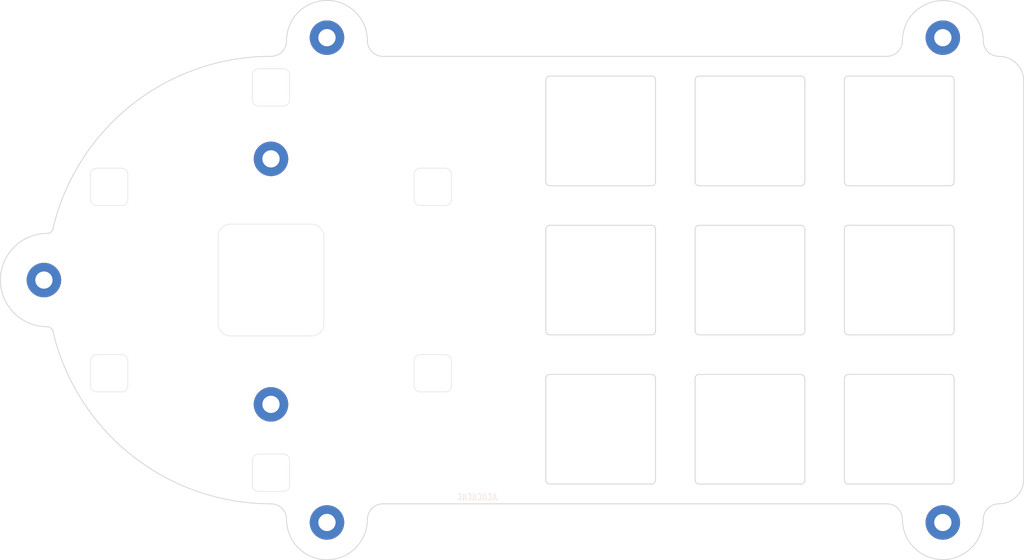
<source format=kicad_pcb>
(kicad_pcb (version 20221018) (generator pcbnew)
  (layers (0 "F.Cu" signal) (31 "B.Cu" signal) (34 "B.Paste" user) (35 "F.Paste" user) (36 "B.SilkS" user "B.Silkscreen") (37 "F.SilkS" user "F.Silkscreen") (38 "B.Mask" user) (39 "F.Mask" user) (44 "Edge.Cuts" user))
  (net 0 "")
  (footprint "MountingHole:MountingHole_2.2mm_M2_Pad" (layer "F.Cu") (at 60.325 38.496875)
    (fp_text reference "REF**" hide)
    (fp_text value "MountingHole_2.2mm_M2_Pad" hide)
    (pad "1" thru_hole circle (at 0 0) (size 4.4 4.4) (drill 2.2) (layers "*.Cu" "*.Mask"))
  )
  (footprint "MountingHole:MountingHole_2.2mm_M2_Pad" (layer "F.Cu") (at 31.353125 53.975001 90)
    (fp_text reference "REF**" hide)
    (fp_text value "MountingHole_2.2mm_M2_Pad" hide)
    (pad "1" thru_hole circle (at 0 0 90) (size 4.4 4.4) (drill 2.2) (layers "*.Cu" "*.Mask"))
  )
  (footprint "MountingHole:MountingHole_2.2mm_M2_Pad" (layer "F.Cu") (at 67.46875 23.018748)
    (fp_text reference "REF**" hide)
    (fp_text value "MountingHole_2.2mm_M2_Pad" hide)
    (pad "1" thru_hole circle (at 0 0) (size 4.4 4.4) (drill 2.2) (layers "*.Cu" "*.Mask"))
  )
  (footprint "MountingHole:MountingHole_2.2mm_M2_Pad" (layer "F.Cu") (at 146.05 84.931252 180)
    (fp_text reference "REF**" hide)
    (fp_text value "MountingHole_2.2mm_M2_Pad" hide)
    (pad "1" thru_hole circle (at 0 0 180) (size 4.4 4.4) (drill 2.2) (layers "*.Cu" "*.Mask"))
  )
  (footprint "MountingHole:MountingHole_2.2mm_M2_Pad" (layer "F.Cu") (at 146.05 23.01875)
    (fp_text reference "REF**" hide)
    (fp_text value "MountingHole_2.2mm_M2_Pad" hide)
    (pad "1" thru_hole circle (at 0 0) (size 4.4 4.4) (drill 2.2) (layers "*.Cu" "*.Mask"))
  )
  (footprint "MountingHole:MountingHole_2.2mm_M2_Pad" (layer "F.Cu") (at 67.46875 84.93125 180)
    (fp_text reference "REF**" hide)
    (fp_text value "MountingHole_2.2mm_M2_Pad" hide)
    (pad "1" thru_hole circle (at 0 0 180) (size 4.4 4.4) (drill 2.2) (layers "*.Cu" "*.Mask"))
  )
  (footprint "MountingHole:MountingHole_2.2mm_M2_Pad" (layer "F.Cu") (at 60.325 69.85)
    (fp_text reference "REF**" hide)
    (fp_text value "MountingHole_2.2mm_M2_Pad" hide)
    (pad "1" thru_hole circle (at 0 0) (size 4.4 4.4) (drill 2.2) (layers "*.Cu" "*.Mask"))
  )
  (gr_line (start 114.94375 80.025) (end 127.94375 80.025) (stroke (width 0.1)) (layer "Edge.Cuts"))
  (gr_arc (start 138.90625 82.550002) (mid 140.308865 83.130653) (end 140.890624 84.532799) (stroke (width 0.1)) (layer "Edge.Cuts"))
  (gr_line (start 114.94375 60.975) (end 127.94375 60.975) (stroke (width 0.1)) (layer "Edge.Cuts"))
  (gr_arc (start 133.49375 47.475) (mid 133.640197 47.121447) (end 133.99375 46.975) (stroke (width 0.1)) (layer "Edge.Cuts"))
  (gr_arc (start 114.94375 60.975) (mid 114.590197 60.828553) (end 114.44375 60.475) (stroke (width 0.1)) (layer "Edge.Cuts"))
  (gr_line (start 55.165625 46.83125) (end 65.484375 46.83125) (stroke (width 0.05)) (layer "Edge.Cuts"))
  (gr_arc (start 74.6125 25.399998) (mid 73.209885 24.819347) (end 72.628126 23.417201) (stroke (width 0.1)) (layer "Edge.Cuts"))
  (gr_arc (start 78.58125 40.48125) (mid 78.813734 39.919984) (end 79.375 39.6875) (stroke (width 0.05)) (layer "Edge.Cuts"))
  (gr_line (start 114.94375 41.925) (end 127.94375 41.925) (stroke (width 0.1)) (layer "Edge.Cuts"))
  (gr_arc (start 62.309376 23.417201) (mid 67.468751 18.257826) (end 72.628126 23.417201) (stroke (width 0.1)) (layer "Edge.Cuts"))
  (gr_arc (start 62.706255 80.16875) (mid 62.473771 80.730018) (end 61.912505 80.9625) (stroke (width 0.05)) (layer "Edge.Cuts"))
  (gr_arc (start 55.165625 61.11875) (mid 54.043093 60.653782) (end 53.578125 59.53125) (stroke (width 0.05)) (layer "Edge.Cuts"))
  (gr_arc (start 146.99375 66.025) (mid 147.347303 66.171447) (end 147.49375 66.525) (stroke (width 0.1)) (layer "Edge.Cuts"))
  (gr_line (start 114.94375 46.975) (end 127.94375 46.975) (stroke (width 0.1)) (layer "Edge.Cuts"))
  (gr_line (start 95.89375 60.975) (end 108.89375 60.975) (stroke (width 0.1)) (layer "Edge.Cuts"))
  (gr_arc (start 95.89375 41.925) (mid 95.540197 41.778553) (end 95.39375 41.425) (stroke (width 0.1)) (layer "Edge.Cuts"))
  (gr_line (start 133.49375 47.475) (end 133.49375 60.475) (stroke (width 0.1)) (layer "Edge.Cuts"))
  (gr_arc (start 32.54375 47.241902) (mid 42.655347 31.514313) (end 60.325 25.4) (stroke (width 0.1)) (layer "Edge.Cuts"))
  (gr_arc (start 65.484375 46.83125) (mid 66.606907 47.296218) (end 67.071875 48.41875) (stroke (width 0.05)) (layer "Edge.Cuts"))
  (gr_arc (start 72.628125 84.534375) (mid 73.209335 83.13121) (end 74.6125 82.55) (stroke (width 0.1)) (layer "Edge.Cuts"))
  (gr_line (start 82.55 63.5) (end 79.374995 63.5) (stroke (width 0.05)) (layer "Edge.Cuts"))
  (gr_line (start 61.912505 26.9875) (end 58.7375 26.9875) (stroke (width 0.05)) (layer "Edge.Cuts"))
  (gr_arc (start 133.99375 60.975) (mid 133.640197 60.828553) (end 133.49375 60.475) (stroke (width 0.1)) (layer "Edge.Cuts"))
  (gr_arc (start 57.94375 76.99375) (mid 58.176234 76.432484) (end 58.7375 76.2) (stroke (width 0.05)) (layer "Edge.Cuts"))
  (gr_line (start 95.89375 66.025) (end 108.89375 66.025) (stroke (width 0.1)) (layer "Edge.Cuts"))
  (gr_line (start 38.1 68.2625) (end 41.275005 68.2625) (stroke (width 0.05)) (layer "Edge.Cuts"))
  (gr_arc (start 41.275005 63.5) (mid 41.836271 63.732485) (end 42.068755 64.29375) (stroke (width 0.05)) (layer "Edge.Cuts"))
  (gr_arc (start 95.39375 47.475) (mid 95.540197 47.121447) (end 95.89375 46.975) (stroke (width 0.1)) (layer "Edge.Cuts"))
  (gr_arc (start 95.89375 80.025) (mid 95.540197 79.878553) (end 95.39375 79.525) (stroke (width 0.1)) (layer "Edge.Cuts"))
  (gr_arc (start 133.49375 66.525) (mid 133.640197 66.171447) (end 133.99375 66.025) (stroke (width 0.1)) (layer "Edge.Cuts"))
  (gr_arc (start 78.581245 64.29375) (mid 78.813729 63.732484) (end 79.374995 63.5) (stroke (width 0.05)) (layer "Edge.Cuts"))
  (gr_arc (start 60.325 82.55) (mid 42.655347 76.435687) (end 32.54375 60.708098) (stroke (width 0.1)) (layer "Edge.Cuts"))
  (gr_line (start 58.7375 80.9625) (end 61.912505 80.9625) (stroke (width 0.05)) (layer "Edge.Cuts"))
  (gr_arc (start 151.209375 84.534375) (mid 146.049211 89.692175) (end 140.890623 84.532799) (stroke (width 0.1)) (layer "Edge.Cuts"))
  (gr_line (start 42.068755 67.46875) (end 42.068755 64.29375) (stroke (width 0.05)) (layer "Edge.Cuts"))
  (gr_arc (start 133.99375 41.925) (mid 133.640197 41.778553) (end 133.49375 41.425) (stroke (width 0.1)) (layer "Edge.Cuts"))
  (gr_arc (start 114.44375 66.525) (mid 114.590197 66.171447) (end 114.94375 66.025) (stroke (width 0.1)) (layer "Edge.Cuts"))
  (gr_line (start 133.99375 60.975) (end 146.99375 60.975) (stroke (width 0.1)) (layer "Edge.Cuts"))
  (gr_line (start 114.44375 28.425) (end 114.44375 41.425) (stroke (width 0.1)) (layer "Edge.Cuts"))
  (gr_arc (start 114.44375 28.425) (mid 114.590197 28.071447) (end 114.94375 27.925) (stroke (width 0.1)) (layer "Edge.Cuts"))
  (gr_arc (start 37.30625 40.48125) (mid 37.538734 39.919984) (end 38.1 39.6875) (stroke (width 0.05)) (layer "Edge.Cuts"))
  (gr_arc (start 127.94375 66.025) (mid 128.297303 66.171447) (end 128.44375 66.525) (stroke (width 0.1)) (layer "Edge.Cuts"))
  (gr_line (start 133.49375 28.425) (end 133.49375 41.425) (stroke (width 0.1)) (layer "Edge.Cuts"))
  (gr_arc (start 38.1 68.2625) (mid 37.538734 68.030016) (end 37.30625 67.46875) (stroke (width 0.05)) (layer "Edge.Cuts"))
  (gr_line (start 109.39375 47.475) (end 109.39375 60.475) (stroke (width 0.1)) (layer "Edge.Cuts"))
  (gr_line (start 133.99375 46.975) (end 146.99375 46.975) (stroke (width 0.1)) (layer "Edge.Cuts"))
  (gr_line (start 67.071875 59.53125) (end 67.071875 48.41875) (stroke (width 0.05)) (layer "Edge.Cuts"))
  (gr_line (start 79.374995 68.2625) (end 82.55 68.2625) (stroke (width 0.05)) (layer "Edge.Cuts"))
  (gr_arc (start 133.99375 80.025) (mid 133.640197 79.878553) (end 133.49375 79.525) (stroke (width 0.1)) (layer "Edge.Cuts"))
  (gr_line (start 37.30625 64.29375) (end 37.30625 67.46875) (stroke (width 0.05)) (layer "Edge.Cuts"))
  (gr_line (start 133.49375 66.525) (end 133.49375 79.525) (stroke (width 0.1)) (layer "Edge.Cuts"))
  (gr_arc (start 60.325 82.55) (mid 61.727615 83.130651) (end 62.309374 84.532797) (stroke (width 0.1)) (layer "Edge.Cuts"))
  (gr_line (start 95.39375 66.525) (end 95.39375 79.525) (stroke (width 0.1)) (layer "Edge.Cuts"))
  (gr_line (start 57.94375 76.99375) (end 57.94375 80.16875) (stroke (width 0.05)) (layer "Edge.Cuts"))
  (gr_arc (start 109.39375 79.525) (mid 109.247303 79.878553) (end 108.89375 80.025) (stroke (width 0.1)) (layer "Edge.Cuts"))
  (gr_line (start 133.99375 66.025) (end 146.99375 66.025) (stroke (width 0.1)) (layer "Edge.Cuts"))
  (gr_arc (start 146.99375 27.925) (mid 147.347303 28.071447) (end 147.49375 28.425) (stroke (width 0.1)) (layer "Edge.Cuts"))
  (gr_arc (start 109.39375 41.425) (mid 109.247303 41.778553) (end 108.89375 41.925) (stroke (width 0.1)) (layer "Edge.Cuts"))
  (gr_arc (start 95.89375 60.975) (mid 95.540197 60.828553) (end 95.39375 60.475) (stroke (width 0.1)) (layer "Edge.Cuts"))
  (gr_line (start 42.068755 43.65625) (end 42.068755 40.48125) (stroke (width 0.05)) (layer "Edge.Cuts"))
  (gr_line (start 58.7375 31.75) (end 61.912505 31.75) (stroke (width 0.05)) (layer "Edge.Cuts"))
  (gr_arc (start 53.578125 48.41875) (mid 54.043093 47.296218) (end 55.165625 46.83125) (stroke (width 0.05)) (layer "Edge.Cuts"))
  (gr_arc (start 151.209375 84.534375) (mid 151.790585 83.13121) (end 153.19375 82.55) (stroke (width 0.1)) (layer "Edge.Cuts"))
  (gr_line (start 37.30625 40.48125) (end 37.30625 43.65625) (stroke (width 0.05)) (layer "Edge.Cuts"))
  (gr_line (start 133.99375 41.925) (end 146.99375 41.925) (stroke (width 0.1)) (layer "Edge.Cuts"))
  (gr_line (start 62.706255 30.95625) (end 62.706255 27.78125) (stroke (width 0.05)) (layer "Edge.Cuts"))
  (gr_line (start 128.44375 66.525) (end 128.44375 79.525) (stroke (width 0.1)) (layer "Edge.Cuts"))
  (gr_line (start 147.49375 66.525) (end 147.49375 79.525) (stroke (width 0.1)) (layer "Edge.Cuts"))
  (gr_arc (start 82.550005 39.6875) (mid 83.111271 39.919985) (end 83.343755 40.48125) (stroke (width 0.05)) (layer "Edge.Cuts"))
  (gr_line (start 38.1 44.45) (end 41.275005 44.45) (stroke (width 0.05)) (layer "Edge.Cuts"))
  (gr_arc (start 31.751578 59.928126) (mid 25.798452 53.975789) (end 31.75 48.021874) (stroke (width 0.1)) (layer "Edge.Cuts"))
  (gr_arc (start 32.54375 47.228125) (mid 32.311266 47.789391) (end 31.75 48.021874) (stroke (width 0.1)) (layer "Edge.Cuts"))
  (gr_arc (start 31.75 59.928126) (mid 32.311266 60.160609) (end 32.54375 60.721875) (stroke (width 0.1)) (layer "Edge.Cuts"))
  (gr_arc (start 41.275005 39.6875) (mid 41.836271 39.919985) (end 42.068755 40.48125) (stroke (width 0.05)) (layer "Edge.Cuts"))
  (gr_arc (start 114.94375 80.025) (mid 114.590197 79.878553) (end 114.44375 79.525) (stroke (width 0.1)) (layer "Edge.Cuts"))
  (gr_line (start 78.58125 40.48125) (end 78.58125 43.65625) (stroke (width 0.05)) (layer "Edge.Cuts"))
  (gr_arc (start 58.7375 31.75) (mid 58.176234 31.517516) (end 57.94375 30.95625) (stroke (width 0.05)) (layer "Edge.Cuts"))
  (gr_arc (start 42.068755 67.46875) (mid 41.836271 68.030014) (end 41.275005 68.2625) (stroke (width 0.05)) (layer "Edge.Cuts"))
  (gr_arc (start 95.39375 28.425) (mid 95.540197 28.071447) (end 95.89375 27.925) (stroke (width 0.1)) (layer "Edge.Cuts"))
  (gr_line (start 95.39375 28.425) (end 95.39375 41.425) (stroke (width 0.1)) (layer "Edge.Cuts"))
  (gr_line (start 83.34375 67.46875) (end 83.34375 64.29375) (stroke (width 0.05)) (layer "Edge.Cuts"))
  (gr_line (start 79.375 44.45) (end 82.550005 44.45) (stroke (width 0.05)) (layer "Edge.Cuts"))
  (gr_line (start 114.44375 47.475) (end 114.44375 60.475) (stroke (width 0.1)) (layer "Edge.Cuts"))
  (gr_line (start 83.343755 43.65625) (end 83.343755 40.48125) (stroke (width 0.05)) (layer "Edge.Cuts"))
  (gr_arc (start 140.890626 23.417203) (mid 146.050001 18.257828) (end 151.209376 23.417203) (stroke (width 0.1)) (layer "Edge.Cuts"))
  (gr_arc (start 61.912505 26.9875) (mid 62.473771 27.219985) (end 62.706255 27.78125) (stroke (width 0.05)) (layer "Edge.Cuts"))
  (gr_arc (start 38.1 44.45) (mid 37.538734 44.217516) (end 37.30625 43.65625) (stroke (width 0.05)) (layer "Edge.Cuts"))
  (gr_line (start 61.912505 76.2) (end 58.7375 76.2) (stroke (width 0.05)) (layer "Edge.Cuts"))
  (gr_arc (start 127.94375 46.975) (mid 128.297303 47.121447) (end 128.44375 47.475) (stroke (width 0.1)) (layer "Edge.Cuts"))
  (gr_line (start 41.275005 39.6875) (end 38.1 39.6875) (stroke (width 0.05)) (layer "Edge.Cuts"))
  (gr_line (start 57.94375 27.78125) (end 57.94375 30.95625) (stroke (width 0.05)) (layer "Edge.Cuts"))
  (gr_arc (start 128.44375 79.525) (mid 128.297303 79.878553) (end 127.94375 80.025) (stroke (width 0.1)) (layer "Edge.Cuts"))
  (gr_arc (start 67.071875 59.53125) (mid 66.606907 60.653782) (end 65.484375 61.11875) (stroke (width 0.05)) (layer "Edge.Cuts"))
  (gr_line (start 55.165625 61.11875) (end 65.484375 61.11875) (stroke (width 0.05)) (layer "Edge.Cuts"))
  (gr_arc (start 95.39375 66.525) (mid 95.540197 66.171447) (end 95.89375 66.025) (stroke (width 0.1)) (layer "Edge.Cuts"))
  (gr_arc (start 140.890625 23.417203) (mid 140.308857 24.819348) (end 138.90625 25.400001) (stroke (width 0.1)) (layer "Edge.Cuts"))
  (gr_arc (start 147.49375 79.525) (mid 147.347303 79.878553) (end 146.99375 80.025) (stroke (width 0.1)) (layer "Edge.Cuts"))
  (gr_arc (start 79.374995 68.2625) (mid 78.813729 68.030016) (end 78.581245 67.46875) (stroke (width 0.05)) (layer "Edge.Cuts"))
  (gr_arc (start 133.49375 28.425) (mid 133.640197 28.071447) (end 133.99375 27.925) (stroke (width 0.1)) (layer "Edge.Cuts"))
  (gr_arc (start 83.343755 43.65625) (mid 83.111271 44.217514) (end 82.550005 44.45) (stroke (width 0.05)) (layer "Edge.Cuts"))
  (gr_line (start 128.44375 47.475) (end 128.44375 60.475) (stroke (width 0.1)) (layer "Edge.Cuts"))
  (gr_arc (start 128.44375 60.475) (mid 128.297303 60.828553) (end 127.94375 60.975) (stroke (width 0.1)) (layer "Edge.Cuts"))
  (gr_arc (start 146.99375 46.975) (mid 147.347303 47.121447) (end 147.49375 47.475) (stroke (width 0.1)) (layer "Edge.Cuts"))
  (gr_arc (start 42.068755 43.65625) (mid 41.836271 44.217514) (end 41.275005 44.45) (stroke (width 0.05)) (layer "Edge.Cuts"))
  (gr_line (start 82.550005 39.6875) (end 79.375 39.6875) (stroke (width 0.05)) (layer "Edge.Cuts"))
  (gr_arc (start 108.89375 27.925) (mid 109.247303 28.071447) (end 109.39375 28.425) (stroke (width 0.1)) (layer "Edge.Cuts"))
  (gr_line (start 41.275005 63.5) (end 38.1 63.5) (stroke (width 0.05)) (layer "Edge.Cuts"))
  (gr_arc (start 147.49375 41.425) (mid 147.347303 41.778553) (end 146.99375 41.925) (stroke (width 0.1)) (layer "Edge.Cuts"))
  (gr_arc (start 62.309376 23.417201) (mid 61.727609 24.819348) (end 60.325 25.4) (stroke (width 0.1)) (layer "Edge.Cuts"))
  (gr_arc (start 127.94375 27.925) (mid 128.297303 28.071447) (end 128.44375 28.425) (stroke (width 0.1)) (layer "Edge.Cuts"))
  (gr_arc (start 108.89375 46.975) (mid 109.247303 47.121447) (end 109.39375 47.475) (stroke (width 0.1)) (layer "Edge.Cuts"))
  (gr_line (start 147.49375 47.475) (end 147.49375 60.475) (stroke (width 0.1)) (layer "Edge.Cuts"))
  (gr_line (start 95.89375 27.925) (end 108.89375 27.925) (stroke (width 0.1)) (layer "Edge.Cuts"))
  (gr_arc (start 153.19375 25.4) (mid 155.438814 26.329936) (end 156.36875 28.575) (stroke (width 0.1)) (layer "Edge.Cuts"))
  (gr_line (start 114.94375 27.925) (end 127.94375 27.925) (stroke (width 0.1)) (layer "Edge.Cuts"))
  (gr_arc (start 108.89375 66.025) (mid 109.247303 66.171447) (end 109.39375 66.525) (stroke (width 0.1)) (layer "Edge.Cuts"))
  (gr_arc (start 114.44375 47.475) (mid 114.590197 47.121447) (end 114.94375 46.975) (stroke (width 0.1)) (layer "Edge.Cuts"))
  (gr_arc (start 72.628125 84.534375) (mid 67.46796 89.692173) (end 62.309373 84.532797) (stroke (width 0.1)) (layer "Edge.Cuts"))
  (gr_arc (start 57.94375 27.78125) (mid 58.176234 27.219984) (end 58.7375 26.9875) (stroke (width 0.05)) (layer "Edge.Cuts"))
  (gr_line (start 128.44375 28.425) (end 128.44375 41.425) (stroke (width 0.1)) (layer "Edge.Cuts"))
  (gr_arc (start 156.3687 79.375) (mid 155.438782 81.620046) (end 153.19375 82.55) (stroke (width 0.1)) (layer "Edge.Cuts"))
  (gr_arc (start 61.912505 76.2) (mid 62.473768 76.432486) (end 62.706255 76.99375) (stroke (width 0.05)) (layer "Edge.Cuts"))
  (gr_line (start 133.99375 80.025) (end 146.99375 80.025) (stroke (width 0.1)) (layer "Edge.Cuts"))
  (gr_arc (start 62.706255 30.95625) (mid 62.473771 31.517514) (end 61.912505 31.75) (stroke (width 0.05)) (layer "Edge.Cuts"))
  (gr_line (start 114.44375 66.525) (end 114.44375 79.525) (stroke (width 0.1)) (layer "Edge.Cuts"))
  (gr_line (start 95.89375 46.975) (end 108.89375 46.975) (stroke (width 0.1)) (layer "Edge.Cuts"))
  (gr_line (start 114.94375 66.025) (end 127.94375 66.025) (stroke (width 0.1)) (layer "Edge.Cuts"))
  (gr_line (start 156.36875 28.575) (end 156.36875 79.375) (stroke (width 0.1)) (layer "Edge.Cuts"))
  (gr_arc (start 83.34375 67.46875) (mid 83.111267 68.030017) (end 82.55 68.2625) (stroke (width 0.05)) (layer "Edge.Cuts"))
  (gr_arc (start 153.19375 25.4) (mid 151.791102 24.819367) (end 151.209301 23.417203) (stroke (width 0.1)) (layer "Edge.Cuts"))
  (gr_line (start 62.706255 80.16875) (end 62.706255 76.99375) (stroke (width 0.05)) (layer "Edge.Cuts"))
  (gr_line (start 95.89375 80.025) (end 108.89375 80.025) (stroke (width 0.1)) (layer "Edge.Cuts"))
  (gr_line (start 133.99375 27.925) (end 146.99375 27.925) (stroke (width 0.1)) (layer "Edge.Cuts"))
  (gr_line (start 95.89375 41.925) (end 108.89375 41.925) (stroke (width 0.1)) (layer "Edge.Cuts"))
  (gr_line (start 78.581245 64.29375) (end 78.581245 67.46875) (stroke (width 0.05)) (layer "Edge.Cuts"))
  (gr_arc (start 82.55 63.5) (mid 83.111263 63.732487) (end 83.34375 64.29375) (stroke (width 0.05)) (layer "Edge.Cuts"))
  (gr_arc (start 37.30625 64.29375) (mid 37.538734 63.732484) (end 38.1 63.5) (stroke (width 0.05)) (layer "Edge.Cuts"))
  (gr_line (start 53.578125 48.41875) (end 53.578125 59.53125) (stroke (width 0.05)) (layer "Edge.Cuts"))
  (gr_arc (start 79.375 44.45) (mid 78.813734 44.217516) (end 78.58125 43.65625) (stroke (width 0.05)) (layer "Edge.Cuts"))
  (gr_line (start 74.6125 25.399998) (end 138.90625 25.400002) (stroke (width 0.1)) (layer "Edge.Cuts"))
  (gr_line (start 109.39375 66.525) (end 109.39375 79.525) (stroke (width 0.1)) (layer "Edge.Cuts"))
  (gr_line (start 95.39375 47.475) (end 95.39375 60.475) (stroke (width 0.1)) (layer "Edge.Cuts"))
  (gr_arc (start 114.94375 41.925) (mid 114.590197 41.778553) (end 114.44375 41.425) (stroke (width 0.1)) (layer "Edge.Cuts"))
  (gr_arc (start 109.39375 60.475) (mid 109.247303 60.828553) (end 108.89375 60.975) (stroke (width 0.1)) (layer "Edge.Cuts"))
  (gr_line (start 138.90625 82.550002) (end 74.6125 82.55) (stroke (width 0.1)) (layer "Edge.Cuts"))
  (gr_arc (start 128.44375 41.425) (mid 128.297303 41.778553) (end 127.94375 41.925) (stroke (width 0.1)) (layer "Edge.Cuts"))
  (gr_line (start 147.49375 28.425) (end 147.49375 41.425) (stroke (width 0.1)) (layer "Edge.Cuts"))
  (gr_line (start 109.39375 28.425) (end 109.39375 41.425) (stroke (width 0.1)) (layer "Edge.Cuts"))
  (gr_arc (start 147.49375 60.475) (mid 147.347303 60.828553) (end 146.99375 60.975) (stroke (width 0.1)) (layer "Edge.Cuts"))
  (gr_arc (start 58.7375 80.9625) (mid 58.176234 80.730016) (end 57.94375 80.16875) (stroke (width 0.05)) (layer "Edge.Cuts"))
  (gr_text "JLCJLCJLCJLC" (at 89.296875 82.153125) (layer "B.SilkS") (effects (font (size 0.81 0.5) (thickness 0.03775)) (justify left bottom mirror)))
)
</source>
